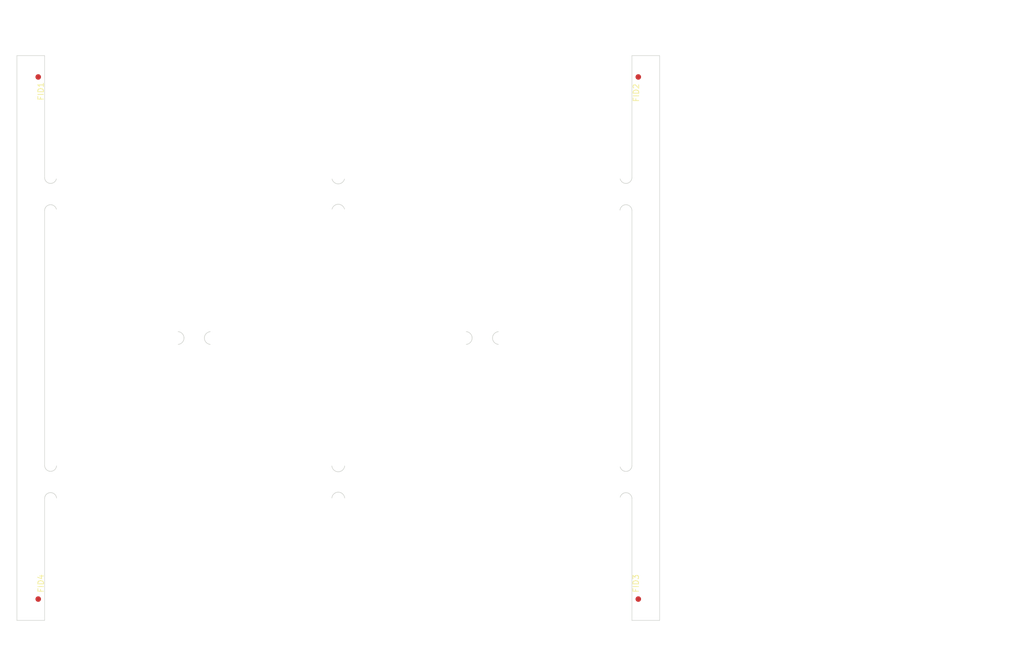
<source format=kicad_pcb>
(kicad_pcb (version 20241229) (generator "pcbnew") (generator_version "9.0")
  (layers (0 "F.Cu" signal) (2 "B.Cu" signal) (13 "F.Paste" user) (15 "B.Paste" user) (5 "F.SilkS" user "F.Silkscreen") (7 "B.SilkS" user "B.Silkscreen") (1 "F.Mask" user) (3 "B.Mask" user) (25 "Edge.Cuts" user))
  (net 0 "")
  (net 1 "GND")
  (footprint "" (layer "F.Cu") (at 77.04336 51.47177)
    (property "Reference" "")
    (property "Value" "")
  )
  (footprint "" (layer "F.Cu") (at 131.5 31)
    (property "Reference" "")
    (property "Value" "")
  )
  (footprint "" (layer "F.Cu") (at 126.918129 103.9611)
    (property "Reference" "")
    (property "Value" "")
  )
  (footprint "" (layer "F.Cu") (at 74.918129 51.9611)
    (property "Reference" "")
    (property "Value" "")
  )
  (footprint "" (layer "F.Cu") (at 74.995181 50.490842)
    (property "Reference" "")
    (property "Value" "")
  )
  (footprint "" (layer "F.Cu") (at 49.509158 74.995181)
    (property "Reference" "")
    (property "Value" "")
  )
  (footprint "" (layer "F.Cu") (at 25.04336 51.47177)
    (property "Reference" "")
    (property "Value" "")
  )
  (footprint "" (layer "F.Cu") (at 20 27)
    (property "Reference" "")
    (property "Value" "")
  )
  (footprint "" (layer "F.Cu") (at 126.995181 102.490842)
    (property "Reference" "")
    (property "Value" "")
  )
  (footprint "" (layer "F.Cu") (at 100.52823 77.04336)
    (property "Reference" "")
    (property "Value" "")
  )
  (footprint "" (layer "F.Cu") (at 77.04336 103.47177)
    (property "Reference" "")
    (property "Value" "")
  )
  (footprint "" (layer "F.Cu") (at 74.918129 48.038901)
    (property "Reference" "")
    (property "Value" "")
  )
  (footprint "" (layer "F.Cu") (at 77.02409 102.981319)
    (property "Reference" "")
    (property "Value" "")
  )
  (footprint "" (layer "F.Cu") (at 102.490842 77.004819)
    (property "Reference" "")
    (property "Value" "")
  )
  (footprint "" (layer "F.Cu") (at 74.995181 49.509158)
    (property "Reference" "")
    (property "Value" "")
  )
  (footprint "" (layer "F.Cu") (at 77.004819 101.509158)
    (property "Reference" "")
    (property "Value" "")
  )
  (footprint "" (layer "F.Cu") (at 126.975911 102.981293)
    (property "Reference" "")
    (property "Value" "")
  )
  (footprint "" (layer "F.Cu") (at 103.47177 77.04336)
    (property "Reference" "")
    (property "Value" "")
  )
  (footprint "" (layer "F.Cu") (at 25.004819 50)
    (property "Reference" "")
    (property "Value" "")
  )
  (footprint "" (layer "F.Cu") (at 77.004819 50)
    (property "Reference" "")
    (property "Value" "")
  )
  (footprint "Fiducial:Fiducial_1mm_Mask2mm" (layer "F.Cu") (at 130.15 123.15)
    (property "Reference" "FID3")
    (property "Value" "Fiducial_1mm_Mask2mm" (hide yes))
  )
  (footprint "" (layer "F.Cu") (at 50.490842 77.004819)
    (property "Reference" "")
    (property "Value" "")
  )
  (footprint "" (layer "F.Cu") (at 51.47177 77.04336)
    (property "Reference" "")
    (property "Value" "")
  )
  (footprint "" (layer "F.Cu") (at 74.95664 100.52823)
    (property "Reference" "")
    (property "Value" "")
  )
  (footprint "" (layer "F.Cu") (at 74.918129 103.9611)
    (property "Reference" "")
    (property "Value" "")
  )
  (footprint "" (layer "F.Cu") (at 51.47177 74.95664)
    (property "Reference" "")
    (property "Value" "")
  )
  (footprint "" (layer "F.Cu") (at 25.004819 101.509158)
    (property "Reference" "")
    (property "Value" "")
  )
  (footprint "" (layer "F.Cu") (at 49.509158 77.004819)
    (property "Reference" "")
    (property "Value" "")
  )
  (footprint "" (layer "F.Cu") (at 74.975911 50.981293)
    (property "Reference" "")
    (property "Value" "")
  )
  (footprint "" (layer "F.Cu") (at 126.995181 101.509158)
    (property "Reference" "")
    (property "Value" "")
  )
  (footprint "" (layer "F.Cu") (at 74.97591 101.018694)
    (property "Reference" "")
    (property "Value" "")
  )
  (footprint "" (layer "F.Cu") (at 126.995181 49.509158)
    (property "Reference" "")
    (property "Value" "")
  )
  (footprint "" (layer "F.Cu") (at 77.04336 48.52823)
    (property "Reference" "")
    (property "Value" "")
  )
  (footprint "" (layer "F.Cu") (at 74.97591 49.018694)
    (property "Reference" "")
    (property "Value" "")
  )
  (footprint "" (layer "F.Cu") (at 132 76)
    (property "Reference" "")
    (property "Value" "")
  )
  (footprint "" (layer "F.Cu") (at 50 74.995181)
    (property "Reference" "")
    (property "Value" "")
  )
  (footprint "" (layer "F.Cu") (at 77.02409 50.981319)
    (property "Reference" "")
    (property "Value" "")
  )
  (footprint "" (layer "F.Cu") (at 51.961099 77.081871)
    (property "Reference" "")
    (property "Value" "")
  )
  (footprint "" (layer "F.Cu") (at 74.95664 103.47177)
    (property "Reference" "")
    (property "Value" "")
  )
  (footprint "" (layer "F.Cu") (at 126.97591 101.018694)
    (property "Reference" "")
    (property "Value" "")
  )
  (footprint "" (layer "F.Cu") (at 77.081871 103.9611)
    (property "Reference" "")
    (property "Value" "")
  )
  (footprint "" (layer "F.Cu") (at 25.004819 102.490842)
    (property "Reference" "")
    (property "Value" "")
  )
  (footprint "" (layer "F.Cu") (at 25.081871 51.9611)
    (property "Reference" "")
    (property "Value" "")
  )
  (footprint "" (layer "F.Cu") (at 25.004819 50.490842)
    (property "Reference" "")
    (property "Value" "")
  )
  (footprint "" (layer "F.Cu") (at 48.52823 77.04336)
    (property "Reference" "")
    (property "Value" "")
  )
  (footprint "" (layer "F.Cu") (at 126.918129 51.9611)
    (property "Reference" "")
    (property "Value" "")
  )
  (footprint "" (layer "F.Cu") (at 74.995181 50)
    (property "Reference" "")
    (property "Value" "")
  )
  (footprint "" (layer "F.Cu") (at 48.038901 74.918129)
    (property "Reference" "")
    (property "Value" "")
  )
  (footprint "" (layer "F.Cu") (at 50 77.004819)
    (property "Reference" "")
    (property "Value" "")
  )
  (footprint "" (layer "F.Cu") (at 126.975911 50.981293)
    (property "Reference" "")
    (property "Value" "")
  )
  (footprint "" (layer "F.Cu") (at 77.081871 48.0389)
    (property "Reference" "")
    (property "Value" "")
  )
  (footprint "" (layer "F.Cu") (at 77.02409 49.018681)
    (property "Reference" "")
    (property "Value" "")
  )
  (footprint "" (layer "F.Cu") (at 101.018681 77.02409)
    (property "Reference" "")
    (property "Value" "")
  )
  (footprint "" (layer "F.Cu") (at 77.004819 102)
    (property "Reference" "")
    (property "Value" "")
  )
  (footprint "" (layer "F.Cu") (at 51.9611 74.918129)
    (property "Reference" "")
    (property "Value" "")
  )
  (footprint "" (layer "F.Cu") (at 74.975911 102.981293)
    (property "Reference" "")
    (property "Value" "")
  )
  (footprint "" (layer "F.Cu") (at 25.081871 103.9611)
    (property "Reference" "")
    (property "Value" "")
  )
  (footprint "" (layer "F.Cu") (at 132 125)
    (property "Reference" "")
    (property "Value" "")
  )
  (footprint "" (layer "F.Cu") (at 77.02409 101.018681)
    (property "Reference" "")
    (property "Value" "")
  )
  (footprint "" (layer "F.Cu") (at 25.04336 48.52823)
    (property "Reference" "")
    (property "Value" "")
  )
  (footprint "" (layer "F.Cu") (at 25.04336 103.47177)
    (property "Reference" "")
    (property "Value" "")
  )
  (footprint "" (layer "F.Cu") (at 25.02409 102.981319)
    (property "Reference" "")
    (property "Value" "")
  )
  (footprint "" (layer "F.Cu") (at 77.081871 100.0389)
    (property "Reference" "")
    (property "Value" "")
  )
  (footprint "" (layer "F.Cu") (at 25.004819 102)
    (property "Reference" "")
    (property "Value" "")
  )
  (footprint "" (layer "F.Cu") (at 50.981319 77.02409)
    (property "Reference" "")
    (property "Value" "")
  )
  (footprint "" (layer "F.Cu") (at 50.981293 74.975911)
    (property "Reference" "")
    (property "Value" "")
  )
  (footprint "" (layer "F.Cu") (at 25.04336 100.52823)
    (property "Reference" "")
    (property "Value" "")
  )
  (footprint "" (layer "F.Cu") (at 74.995181 102.490842)
    (property "Reference" "")
    (property "Value" "")
  )
  (footprint "" (layer "F.Cu") (at 25.02409 101.018681)
    (property "Reference" "")
    (property "Value" "")
  )
  (footprint "" (layer "F.Cu") (at 100.038901 77.081871)
    (property "Reference" "")
    (property "Value" "")
  )
  (footprint "" (layer "F.Cu") (at 126.918129 48.038901)
    (property "Reference" "")
    (property "Value" "")
  )
  (footprint "" (layer "F.Cu") (at 50.490842 74.995181)
    (property "Reference" "")
    (property "Value" "")
  )
  (footprint "" (layer "F.Cu") (at 102.981319 77.02409)
    (property "Reference" "")
    (property "Value" "")
  )
  (footprint "" (layer "F.Cu") (at 102.981293 74.975911)
    (property "Reference" "")
    (property "Value" "")
  )
  (footprint "" (layer "F.Cu") (at 77.004819 102.490842)
    (property "Reference" "")
    (property "Value" "")
  )
  (footprint "" (layer "F.Cu") (at 126.995181 50)
    (property "Reference" "")
    (property "Value" "")
  )
  (footprint "" (layer "F.Cu") (at 77.004819 49.509158)
    (property "Reference" "")
    (property "Value" "")
  )
  (footprint "" (layer "F.Cu") (at 100.52823 74.95664)
    (property "Reference" "")
    (property "Value" "")
  )
  (footprint "" (layer "F.Cu") (at 126.95664 51.47177)
    (property "Reference" "")
    (property "Value" "")
  )
  (footprint "Fiducial:Fiducial_1mm_Mask2mm" (layer "F.Cu") (at 21.85 28.85)
    (property "Reference" "FID1")
    (property "Value" "Fiducial_1mm_Mask2mm" (hide yes))
  )
  (footprint "" (layer "F.Cu") (at 25.081871 48.0389)
    (property "Reference" "")
    (property "Value" "")
  )
  (footprint "" (layer "F.Cu") (at 132 27)
    (property "Reference" "")
    (property "Value" "")
  )
  (footprint "" (layer "F.Cu") (at 20 76)
    (property "Reference" "")
    (property "Value" "")
  )
  (footprint "" (layer "F.Cu") (at 48.038901 77.081871)
    (property "Reference" "")
    (property "Value" "")
  )
  (footprint "" (layer "F.Cu") (at 131.5 121)
    (property "Reference" "")
    (property "Value" "")
  )
  (footprint "" (layer "F.Cu") (at 126.95664 48.52823)
    (property "Reference" "")
    (property "Value" "")
  )
  (footprint "" (layer "F.Cu") (at 74.95664 51.47177)
    (property "Reference" "")
    (property "Value" "")
  )
  (footprint "" (layer "F.Cu") (at 20 125)
    (property "Reference" "")
    (property "Value" "")
  )
  (footprint "Fiducial:Fiducial_1mm_Mask2mm" (layer "F.Cu") (at 130.15 28.85)
    (property "Reference" "FID2")
    (property "Value" "Fiducial_1mm_Mask2mm" (hide yes))
  )
  (footprint "" (layer "F.Cu") (at 103.961099 77.081871)
    (property "Reference" "")
    (property "Value" "")
  )
  (footprint "" (layer "F.Cu") (at 126.95664 103.47177)
    (property "Reference" "")
    (property "Value" "")
  )
  (footprint "" (layer "F.Cu") (at 74.995181 102)
    (property "Reference" "")
    (property "Value" "")
  )
  (footprint "" (layer "F.Cu") (at 102.490842 74.995181)
    (property "Reference" "")
    (property "Value" "")
  )
  (footprint "" (layer "F.Cu") (at 74.918129 100.038901)
    (property "Reference" "")
    (property "Value" "")
  )
  (footprint "" (layer "F.Cu") (at 25.004819 49.509158)
    (property "Reference" "")
    (property "Value" "")
  )
  (footprint "" (layer "F.Cu") (at 101.018694 74.975911)
    (property "Reference" "")
    (property "Value" "")
  )
  (footprint "" (layer "F.Cu") (at 100.038901 74.918129)
    (property "Reference" "")
    (property "Value" "")
  )
  (footprint "" (layer "F.Cu") (at 102 77.004819)
    (property "Reference" "")
    (property "Value" "")
  )
  (footprint "" (layer "F.Cu") (at 48.52823 74.95664)
    (property "Reference" "")
    (property "Value" "")
  )
  (footprint "" (layer "F.Cu") (at 103.47177 74.95664)
    (property "Reference" "")
    (property "Value" "")
  )
  (footprint "" (layer "F.Cu") (at 101.509158 74.995181)
    (property "Reference" "")
    (property "Value" "")
  )
  (footprint "" (layer "F.Cu") (at 102 74.995181)
    (property "Reference" "")
    (property "Value" "")
  )
  (footprint "" (layer "F.Cu") (at 77.04336 100.52823)
    (property "Reference" "")
    (property "Value" "")
  )
  (footprint "" (layer "F.Cu") (at 101.509158 77.004819)
    (property "Reference" "")
    (property "Value" "")
  )
  (footprint "" (layer "F.Cu") (at 126.995181 102)
    (property "Reference" "")
    (property "Value" "")
  )
  (footprint "" (layer "F.Cu") (at 20.5 31)
    (property "Reference" "")
    (property "Value" "")
  )
  (footprint "" (layer "F.Cu") (at 49.018694 74.975911)
    (property "Reference" "")
    (property "Value" "")
  )
  (footprint "" (layer "F.Cu") (at 74.995181 101.509158)
    (property "Reference" "")
    (property "Value" "")
  )
  (footprint "" (layer "F.Cu") (at 103.9611 74.918129)
    (property "Reference" "")
    (property "Value" "")
  )
  (footprint "" (layer "F.Cu") (at 74.95664 48.52823)
    (property "Reference" "")
    (property "Value" "")
  )
  (footprint "" (layer "F.Cu") (at 126.995181 50.490842)
    (property "Reference" "")
    (property "Value" "")
  )
  (footprint "" (layer "F.Cu") (at 126.918129 100.038901)
    (property "Reference" "")
    (property "Value" "")
  )
  (footprint "" (layer "F.Cu") (at 25.02409 49.018681)
    (property "Reference" "")
    (property "Value" "")
  )
  (footprint "" (layer "F.Cu") (at 77.004819 50.490842)
    (property "Reference" "")
    (property "Value" "")
  )
  (footprint "" (layer "F.Cu") (at 20.5 121)
    (property "Reference" "")
    (property "Value" "")
  )
  (footprint "" (layer "F.Cu") (at 25.081871 100.0389)
    (property "Reference" "")
    (property "Value" "")
  )
  (footprint "Fiducial:Fiducial_1mm_Mask2mm" (layer "F.Cu") (at 21.85 123.15)
    (property "Reference" "FID4")
    (property "Value" "Fiducial_1mm_Mask2mm" (hide yes))
  )
  (footprint "" (layer "F.Cu") (at 126.95664 100.52823)
    (property "Reference" "")
    (property "Value" "")
  )
  (footprint "" (layer "F.Cu") (at 25.02409 50.981319)
    (property "Reference" "")
    (property "Value" "")
  )
  (footprint "" (layer "F.Cu") (at 49.018681 77.02409)
    (property "Reference" "")
    (property "Value" "")
  )
  (footprint "" (layer "F.Cu") (at 126.97591 49.018694)
    (property "Reference" "")
    (property "Value" "")
  )
  (footprint "" (layer "F.Cu") (at 77.081871 51.9611)
    (property "Reference" "")
    (property "Value" "")
  )
  (gr_line (start 23.666702 99.99779) (end 23.827879 100.05016) (stroke (width 0.1)) (layer "Edge.Cuts"))
  (gr_line (start 99.75336 76.882071) (end 99.882071 76.75336) (stroke (width 0.1)) (layer "Edge.Cuts"))
  (gr_line (start 25.13016 52.747879) (end 25.07779 52.586702) (stroke (width 0.1)) (layer "Edge.Cuts"))
  (gr_line (start 18 25) (end 23 25) (stroke (width 0.1)) (layer "Edge.Cuts"))
  (gr_line (start 23.02984 99.252121) (end 23.08221 99.413298) (stroke (width 0.1)) (layer "Edge.Cuts"))
  (gr_line (start 99.882071 75.24664) (end 99.75336 75.117929) (stroke (width 0.1)) (layer "Edge.Cuts"))
  (gr_line (start 128.921119 99.428562) (end 128.973489 99.267385) (stroke (width 0.1)) (layer "Edge.Cuts"))
  (gr_line (start 51.843576 75.908987) (end 51.843576 76.091013) (stroke (width 0.1)) (layer "Edge.Cuts"))
  (gr_line (start 25.156671 104.915264) (end 25.13016 104.747879) (stroke (width 0.1)) (layer "Edge.Cuts"))
  (gr_line (start 127.218596 52.178762) (end 127.098762 52.298596) (stroke (width 0.1)) (layer "Edge.Cuts"))
  (gr_line (start 99.989063 76.606098) (end 100.0717 76.443913) (stroke (width 0.1)) (layer "Edge.Cuts"))
  (gr_line (start 99.443913 77.0717) (end 99.606098 76.989063) (stroke (width 0.1)) (layer "Edge.Cuts"))
  (gr_line (start 128.840851 52.435702) (end 128.741238 52.298596) (stroke (width 0.1)) (layer "Edge.Cuts"))
  (gr_line (start 24.332121 103.94984) (end 24.164736 103.923329) (stroke (width 0.1)) (layer "Edge.Cuts"))
  (gr_line (start 77.0717 52.556087) (end 76.989063 52.393902) (stroke (width 0.1)) (layer "Edge.Cuts"))
  (gr_line (start 47.443913 74.9283) (end 47.270797 74.872051) (stroke (width 0.1)) (layer "Edge.Cuts"))
  (gr_line (start 24.164736 51.923329) (end 23.995264 51.923329) (stroke (width 0.1)) (layer "Edge.Cuts"))
  (gr_line (start 75.908987 103.843576) (end 75.729203 103.872051) (stroke (width 0.1)) (layer "Edge.Cuts"))
  (gr_line (start 99.270797 77.127949) (end 99.443913 77.0717) (stroke (width 0.1)) (layer "Edge.Cuts"))
  (gr_line (start 23.827879 48.05016) (end 23.995264 48.076671) (stroke (width 0.1)) (layer "Edge.Cuts"))
  (gr_line (start 128.744567 104.31386) (end 128.624733 104.194026) (stroke (width 0.1)) (layer "Edge.Cuts"))
  (gr_line (start 47.75336 76.882071) (end 47.882071 76.75336) (stroke (width 0.1)) (layer "Edge.Cuts"))
  (gr_line (start 127.098762 52.298596) (end 126.999149 52.435702) (stroke (width 0.1)) (layer "Edge.Cuts"))
  (gr_line (start 76.606098 104.010937) (end 76.443913 103.9283) (stroke (width 0.1)) (layer "Edge.Cuts"))
  (gr_line (start 128.84418 99.579562) (end 128.921119 99.428562) (stroke (width 0.1)) (layer "Edge.Cuts"))
  (gr_line (start 76.882071 104.24664) (end 76.75336 104.117929) (stroke (width 0.1)) (layer "Edge.Cuts"))
  (gr_line (start 47.606098 75.010937) (end 47.443913 74.9283) (stroke (width 0.1)) (layer "Edge.Cuts"))
  (gr_line (start 23.02984 52.747879) (end 23.003329 52.915264) (stroke (width 0.1)) (layer "Edge.Cuts"))
  (gr_line (start 23.159149 52.435702) (end 23.08221 52.586702) (stroke (width 0.1)) (layer "Edge.Cuts"))
  (gr_line (start 23.515702 52.079149) (end 23.378596 52.178762) (stroke (width 0.1)) (layer "Edge.Cuts"))
  (gr_line (start 127.671208 100.065424) (end 127.838593 100.091935) (stroke (width 0.1)) (layer "Edge.Cuts"))
  (gr_line (start 24.332121 48.05016) (end 24.493298 47.99779) (stroke (width 0.1)) (layer "Edge.Cuts"))
  (gr_line (start 75.908987 48.156424) (end 76.091013 48.156424) (stroke (width 0.1)) (layer "Edge.Cuts"))
  (gr_line (start 23.378596 99.821238) (end 23.515702 99.920851) (stroke (width 0.1)) (layer "Edge.Cuts"))
  (gr_line (start 100.156424 76.091013) (end 100.156424 75.908987) (stroke (width 0.1)) (layer "Edge.Cuts"))
  (gr_line (start 51.9283 76.443913) (end 52.010937 76.606098) (stroke (width 0.1)) (layer "Edge.Cuts"))
  (gr_line (start 23.08221 52.586702) (end 23.02984 52.747879) (stroke (width 0.1)) (layer "Edge.Cuts"))
  (gr_line (start 23.02984 104.747879) (end 23.003329 104.915264) (stroke (width 0.1)) (layer "Edge.Cuts"))
  (gr_line (start 77.0717 99.443913) (end 77.127949 99.270797) (stroke (width 0.1)) (layer "Edge.Cuts"))
  (gr_line (start 76.443913 48.0717) (end 76.606098 47.989063) (stroke (width 0.1)) (layer "Edge.Cuts"))
  (gr_line (start 24.493298 52.00221) (end 24.332121 51.94984) (stroke (width 0.1)) (layer "Edge.Cuts"))
  (gr_line (start 23.258762 104.298596) (end 23.159149 104.435702) (stroke (width 0.1)) (layer "Edge.Cuts"))
  (gr_line (start 52.24664 75.117929) (end 52.117929 75.24664) (stroke (width 0.1)) (layer "Edge.Cuts"))
  (gr_line (start 127.510031 100.013054) (end 127.671208 100.065424) (stroke (width 0.1)) (layer "Edge.Cuts"))
  (gr_line (start 24.493298 47.99779) (end 24.644298 47.920851) (stroke (width 0.1)) (layer "Edge.Cuts"))
  (gr_line (start 76.882071 47.75336) (end 76.989063 47.606098) (stroke (width 0.1)) (layer "Edge.Cuts"))
  (gr_line (start 99.989063 75.393902) (end 99.882071 75.24664) (stroke (width 0.1)) (layer "Edge.Cuts"))
  (gr_line (start 75.010937 52.393902) (end 74.9283 52.556087) (stroke (width 0.1)) (layer "Edge.Cuts"))
  (gr_line (start 47.270797 74.872051) (end 47.091013 74.843576) (stroke (width 0.1)) (layer "Edge.Cuts"))
  (gr_line (start 23.378596 52.178762) (end 23.258762 52.298596) (stroke (width 0.1)) (layer "Edge.Cuts"))
  (gr_line (start 127.838593 100.091935) (end 128.008065 100.091935) (stroke (width 0.1)) (layer "Edge.Cuts"))
  (gr_line (start 75.24664 47.882071) (end 75.393902 47.989063) (stroke (width 0.1)) (layer "Edge.Cuts"))
  (gr_line (start 74.9283 104.556087) (end 74.872051 104.729203) (stroke (width 0.1)) (layer "Edge.Cuts"))
  (gr_line (start 24.493298 104.00221) (end 24.332121 103.94984) (stroke (width 0.1)) (layer "Edge.Cuts"))
  (gr_line (start 75.117929 99.75336) (end 75.24664 99.882071) (stroke (width 0.1)) (layer "Edge.Cuts"))
  (gr_line (start 75.010937 47.606098) (end 75.117929 47.75336) (stroke (width 0.1)) (layer "Edge.Cuts"))
  (gr_line (start 23.258762 52.298596) (end 23.159149 52.435702) (stroke (width 0.1)) (layer "Edge.Cuts"))
  (gr_line (start 128.621404 47.821238) (end 128.741238 47.701404) (stroke (width 0.1)) (layer "Edge.Cuts"))
  (gr_line (start 75.010937 104.393902) (end 74.9283 104.556087) (stroke (width 0.1)) (layer "Edge.Cuts"))
  (gr_line (start 126.999149 47.564298) (end 127.098762 47.701404) (stroke (width 0.1)) (layer "Edge.Cuts"))
  (gr_line (start 128.91779 47.413298) (end 128.97016 47.252121) (stroke (width 0.1)) (layer "Edge.Cuts"))
  (gr_line (start 75.117929 52.24664) (end 75.010937 52.393902) (stroke (width 0.1)) (layer "Edge.Cuts"))
  (gr_line (start 99.091013 77.156424) (end 99.270797 77.127949) (stroke (width 0.1)) (layer "Edge.Cuts"))
  (gr_line (start 76.75336 47.882071) (end 76.882071 47.75336) (stroke (width 0.1)) (layer "Edge.Cuts"))
  (gr_line (start 128.008065 103.938593) (end 127.838593 103.938593) (stroke (width 0.1)) (layer "Edge.Cuts"))
  (gr_line (start 128.996671 52.915264) (end 128.97016 52.747879) (stroke (width 0.1)) (layer "Edge.Cuts"))
  (gr_line (start 77.156424 104.908987) (end 77.127949 104.729203) (stroke (width 0.1)) (layer "Edge.Cuts"))
  (gr_line (start 103.843576 75.908987) (end 103.843576 76.091013) (stroke (width 0.1)) (layer "Edge.Cuts"))
  (gr_line (start 75.393902 104.010937) (end 75.24664 104.117929) (stroke (width 0.1)) (layer "Edge.Cuts"))
  (gr_line (start 104.010937 75.393902) (end 103.9283 75.556087) (stroke (width 0.1)) (layer "Edge.Cuts"))
  (gr_line (start 127.667879 48.05016) (end 127.835264 48.076671) (stroke (width 0.1)) (layer "Edge.Cuts"))
  (gr_line (start 76.989063 104.393902) (end 76.882071 104.24664) (stroke (width 0.1)) (layer "Edge.Cuts"))
  (gr_line (start 51.843576 76.091013) (end 51.872051 76.270797) (stroke (width 0.1)) (layer "Edge.Cuts"))
  (gr_line (start 127.667879 51.94984) (end 127.506702 52.00221) (stroke (width 0.1)) (layer "Edge.Cuts"))
  (gr_line (start 76.270797 103.872051) (end 76.091013 103.843576) (stroke (width 0.1)) (layer "Edge.Cuts"))
  (gr_line (start 48.127949 75.729203) (end 48.0717 75.556087) (stroke (width 0.1)) (layer "Edge.Cuts"))
  (gr_line (start 76.882071 52.24664) (end 76.75336 52.117929) (stroke (width 0.1)) (layer "Edge.Cuts"))
  (gr_line (start 129 25) (end 129 47.084736) (stroke (width 0.1)) (layer "Edge.Cuts"))
  (gr_line (start 77.127949 99.270797) (end 77.156424 99.091013) (stroke (width 0.1)) (layer "Edge.Cuts"))
  (gr_line (start 103.9283 76.443913) (end 104.010937 76.606098) (stroke (width 0.1)) (layer "Edge.Cuts"))
  (gr_line (start 76.606098 52.010937) (end 76.443913 51.9283) (stroke (width 0.1)) (layer "Edge.Cuts"))
  (gr_line (start 24.332121 100.05016) (end 24.493298 99.99779) (stroke (width 0.1)) (layer "Edge.Cuts"))
  (gr_line (start 126.999149 52.435702) (end 126.92221 52.586702) (stroke (width 0.1)) (layer "Edge.Cuts"))
  (gr_line (start 100.127949 76.270797) (end 100.156424 76.091013) (stroke (width 0.1)) (layer "Edge.Cuts"))
  (gr_line (start 23.995264 51.923329) (end 23.827879 51.94984) (stroke (width 0.1)) (layer "Edge.Cuts"))
  (gr_line (start 128.84418 104.450966) (end 128.744567 104.31386) (stroke (width 0.1)) (layer "Edge.Cuts"))
  (gr_line (start 127.102091 99.716668) (end 127.221925 99.836502) (stroke (width 0.1)) (layer "Edge.Cuts"))
  (gr_line (start 75.556087 48.0717) (end 75.729203 48.127949) (stroke (width 0.1)) (layer "Edge.Cuts"))
  (gr_line (start 104.24664 75.117929) (end 104.117929 75.24664) (stroke (width 0.1)) (layer "Edge.Cuts"))
  (gr_line (start 127.506702 47.99779) (end 127.667879 48.05016) (stroke (width 0.1)) (layer "Edge.Cuts"))
  (gr_line (start 25.000851 104.435702) (end 24.901238 104.298596) (stroke (width 0.1)) (layer "Edge.Cuts"))
  (gr_line (start 23.666702 52.00221) (end 23.515702 52.079149) (stroke (width 0.1)) (layer "Edge.Cuts"))
  (gr_line (start 128.973489 104.763143) (end 128.921119 104.601966) (stroke (width 0.1)) (layer "Edge.Cuts"))
  (gr_line (start 104.908987 74.843576) (end 104.729203 74.872051) (stroke (width 0.1)) (layer "Edge.Cuts"))
  (gr_line (start 104.729203 77.127949) (end 104.908987 77.156424) (stroke (width 0.1)) (layer "Edge.Cuts"))
  (gr_line (start 47.443913 77.0717) (end 47.606098 76.989063) (stroke (width 0.1)) (layer "Edge.Cuts"))
  (gr_line (start 128.97016 52.747879) (end 128.91779 52.586702) (stroke (width 0.1)) (layer "Edge.Cuts"))
  (gr_line (start 75.729203 48.127949) (end 75.908987 48.156424) (stroke (width 0.1)) (layer "Edge.Cuts"))
  (gr_line (start 128.004736 48.076671) (end 128.172121 48.05016) (stroke (width 0.1)) (layer "Edge.Cuts"))
  (gr_line (start 75.24664 99.882071) (end 75.393902 99.989063) (stroke (width 0.1)) (layer "Edge.Cuts"))
  (gr_line (start 24.164736 48.076671) (end 24.332121 48.05016) (stroke (width 0.1)) (layer "Edge.Cuts"))
  (gr_line (start 126.925539 99.428562) (end 127.002478 99.579562) (stroke (width 0.1)) (layer "Edge.Cuts"))
  (gr_line (start 23.666702 104.00221) (end 23.515702 104.079149) (stroke (width 0.1)) (layer "Edge.Cuts"))
  (gr_line (start 126.92221 47.413298) (end 126.999149 47.564298) (stroke (width 0.1)) (layer "Edge.Cuts"))
  (gr_line (start 51.9283 75.556087) (end 51.872051 75.729203) (stroke (width 0.1)) (layer "Edge.Cuts"))
  (gr_line (start 52.729203 77.127949) (end 52.908987 77.156424) (stroke (width 0.1)) (layer "Edge.Cuts"))
  (gr_line (start 76.270797 51.872051) (end 76.091013 51.843576) (stroke (width 0.1)) (layer "Edge.Cuts"))
  (gr_line (start 76.443913 103.9283) (end 76.270797 103.872051) (stroke (width 0.1)) (layer "Edge.Cuts"))
  (gr_line (start 75.556087 103.9283) (end 75.393902 104.010937) (stroke (width 0.1)) (layer "Edge.Cuts"))
  (gr_line (start 127.002478 104.450966) (end 126.925539 104.601966) (stroke (width 0.1)) (layer "Edge.Cuts"))
  (gr_line (start 99.443913 74.9283) (end 99.270797 74.872051) (stroke (width 0.1)) (layer "Edge.Cuts"))
  (gr_line (start 52.393902 75.010937) (end 52.24664 75.117929) (stroke (width 0.1)) (layer "Edge.Cuts"))
  (gr_line (start 24.781404 52.178762) (end 24.644298 52.079149) (stroke (width 0.1)) (layer "Edge.Cuts"))
  (gr_line (start 104.117929 76.75336) (end 104.24664 76.882071) (stroke (width 0.1)) (layer "Edge.Cuts"))
  (gr_line (start 104.556087 74.9283) (end 104.393902 75.010937) (stroke (width 0.1)) (layer "Edge.Cuts"))
  (gr_line (start 24.493298 99.99779) (end 24.644298 99.920851) (stroke (width 0.1)) (layer "Edge.Cuts"))
  (gr_line (start 76.091013 48.156424) (end 76.270797 48.127949) (stroke (width 0.1)) (layer "Edge.Cuts"))
  (gr_line (start 129 104.930528) (end 128.973489 104.763143) (stroke (width 0.1)) (layer "Edge.Cuts"))
  (gr_line (start 128.333298 52.00221) (end 128.172121 51.94984) (stroke (width 0.1)) (layer "Edge.Cuts"))
  (gr_line (start 75.729203 100.127949) (end 75.908987 100.156424) (stroke (width 0.1)) (layer "Edge.Cuts"))
  (gr_line (start 75.393902 47.989063) (end 75.556087 48.0717) (stroke (width 0.1)) (layer "Edge.Cuts"))
  (gr_line (start 77.127949 52.729203) (end 77.0717 52.556087) (stroke (width 0.1)) (layer "Edge.Cuts"))
  (gr_line (start 127.355702 52.079149) (end 127.218596 52.178762) (stroke (width 0.1)) (layer "Edge.Cuts"))
  (gr_line (start 52.117929 76.75336) (end 52.24664 76.882071) (stroke (width 0.1)) (layer "Edge.Cuts"))
  (gr_line (start 23.258762 47.701404) (end 23.378596 47.821238) (stroke (width 0.1)) (layer "Edge.Cuts"))
  (gr_line (start 23.515702 104.079149) (end 23.378596 104.178762) (stroke (width 0.1)) (layer "Edge.Cuts"))
  (gr_line (start 23.159149 99.564298) (end 23.258762 99.701404) (stroke (width 0.1)) (layer "Edge.Cuts"))
  (gr_line (start 104.393902 76.989063) (end 104.556087 77.0717) (stroke (width 0.1)) (layer "Edge.Cuts"))
  (gr_line (start 76.989063 47.606098) (end 77.0717 47.443913) (stroke (width 0.1)) (layer "Edge.Cuts"))
  (gr_line (start 24.164736 100.076671) (end 24.332121 100.05016) (stroke (width 0.1)) (layer "Edge.Cuts"))
  (gr_line (start 48.127949 76.270797) (end 48.156424 76.091013) (stroke (width 0.1)) (layer "Edge.Cuts"))
  (gr_line (start 76.989063 99.606098) (end 77.0717 99.443913) (stroke (width 0.1)) (layer "Edge.Cuts"))
  (gr_line (start 126.86984 47.252121) (end 126.92221 47.413298) (stroke (width 0.1)) (layer "Edge.Cuts"))
  (gr_line (start 24.901238 52.298596) (end 24.781404 52.178762) (stroke (width 0.1)) (layer "Edge.Cuts"))
  (gr_line (start 24.901238 47.701404) (end 25.000851 47.564298) (stroke (width 0.1)) (layer "Edge.Cuts"))
  (gr_line (start 104.556087 77.0717) (end 104.729203 77.127949) (stroke (width 0.1)) (layer "Edge.Cuts"))
  (gr_line (start 128.333298 47.99779) (end 128.484298 47.920851) (stroke (width 0.1)) (layer "Edge.Cuts"))
  (gr_line (start 128.172121 48.05016) (end 128.333298 47.99779) (stroke (width 0.1)) (layer "Edge.Cuts"))
  (gr_line (start 128.921119 104.601966) (end 128.84418 104.450966) (stroke (width 0.1)) (layer "Edge.Cuts"))
  (gr_line (start 100.127949 75.729203) (end 100.0717 75.556087) (stroke (width 0.1)) (layer "Edge.Cuts"))
  (gr_line (start 23 52.915264) (end 23 99.084736) (stroke (width 0.1)) (layer "Edge.Cuts"))
  (gr_line (start 127.835264 48.076671) (end 128.004736 48.076671) (stroke (width 0.1)) (layer "Edge.Cuts"))
  (gr_line (start 25.07779 47.413298) (end 25.13016 47.252121) (stroke (width 0.1)) (layer "Edge.Cuts"))
  (gr_line (start 47.270797 77.127949) (end 47.443913 77.0717) (stroke (width 0.1)) (layer "Edge.Cuts"))
  (gr_line (start 127.221925 104.194026) (end 127.102091 104.31386) (stroke (width 0.1)) (layer "Edge.Cuts"))
  (gr_line (start 23.378596 47.821238) (end 23.515702 47.920851) (stroke (width 0.1)) (layer "Edge.Cuts"))
  (gr_line (start 104.010937 76.606098) (end 104.117929 76.75336) (stroke (width 0.1)) (layer "Edge.Cuts"))
  (gr_line (start 75.729203 103.872051) (end 75.556087 103.9283) (stroke (width 0.1)) (layer "Edge.Cuts"))
  (gr_line (start 23 25) (end 23 47.084736) (stroke (width 0.1)) (layer "Edge.Cuts"))
  (gr_line (start 23.827879 100.05016) (end 23.995264 100.076671) (stroke (width 0.1)) (layer "Edge.Cuts"))
  (gr_line (start 48.156424 76.091013) (end 48.156424 75.908987) (stroke (width 0.1)) (layer "Edge.Cuts"))
  (gr_line (start 52.24664 76.882071) (end 52.393902 76.989063) (stroke (width 0.1)) (layer "Edge.Cuts"))
  (gr_line (start 127.221925 99.836502) (end 127.359031 99.936115) (stroke (width 0.1)) (layer "Edge.Cuts"))
  (gr_line (start 75.556087 51.9283) (end 75.393902 52.010937) (stroke (width 0.1)) (layer "Edge.Cuts"))
  (gr_line (start 127.510031 104.017474) (end 127.359031 104.094413) (stroke (width 0.1)) (layer "Edge.Cuts"))
  (gr_line (start 128.487627 99.936115) (end 128.624733 99.836502) (stroke (width 0.1)) (layer "Edge.Cuts"))
  (gr_line (start 51.872051 76.270797) (end 51.9283 76.443913) (stroke (width 0.1)) (layer "Edge.Cuts"))
  (gr_line (start 74.872051 47.270797) (end 74.9283 47.443913) (stroke (width 0.1)) (layer "Edge.Cuts"))
  (gr_line (start 127.098762 47.701404) (end 127.218596 47.821238) (stroke (width 0.1)) (layer "Edge.Cuts"))
  (gr_line (start 134 25) (end 134 127) (stroke (width 0.1)) (layer "Edge.Cuts"))
  (gr_line (start 25.07779 52.586702) (end 25.000851 52.435702) (stroke (width 0.1)) (layer "Edge.Cuts"))
  (gr_line (start 52.393902 76.989063) (end 52.556087 77.0717) (stroke (width 0.1)) (layer "Edge.Cuts"))
  (gr_line (start 128.624733 104.194026) (end 128.487627 104.094413) (stroke (width 0.1)) (layer "Edge.Cuts"))
  (gr_line (start 23.258762 99.701404) (end 23.378596 99.821238) (stroke (width 0.1)) (layer "Edge.Cuts"))
  (gr_line (start 24.781404 104.178762) (end 24.644298 104.079149) (stroke (width 0.1)) (layer "Edge.Cuts"))
  (gr_line (start 75.908987 51.843576) (end 75.729203 51.872051) (stroke (width 0.1)) (layer "Edge.Cuts"))
  (gr_line (start 47.091013 77.156424) (end 47.270797 77.127949) (stroke (width 0.1)) (layer "Edge.Cuts"))
  (gr_line (start 24.901238 99.701404) (end 25.000851 99.564298) (stroke (width 0.1)) (layer "Edge.Cuts"))
  (gr_line (start 127.359031 99.936115) (end 127.510031 100.013054) (stroke (width 0.1)) (layer "Edge.Cuts"))
  (gr_line (start 24.901238 104.298596) (end 24.781404 104.178762) (stroke (width 0.1)) (layer "Edge.Cuts"))
  (gr_line (start 76.443913 51.9283) (end 76.270797 51.872051) (stroke (width 0.1)) (layer "Edge.Cuts"))
  (gr_line (start 100.0717 75.556087) (end 99.989063 75.393902) (stroke (width 0.1)) (layer "Edge.Cuts"))
  (gr_line (start 24.332121 51.94984) (end 24.164736 51.923329) (stroke (width 0.1)) (layer "Edge.Cuts"))
  (gr_line (start 128.840851 47.564298) (end 128.91779 47.413298) (stroke (width 0.1)) (layer "Edge.Cuts"))
  (gr_line (start 25.000851 52.435702) (end 24.901238 52.298596) (stroke (width 0.1)) (layer "Edge.Cuts"))
  (gr_line (start 75.393902 99.989063) (end 75.556087 100.0717) (stroke (width 0.1)) (layer "Edge.Cuts"))
  (gr_line (start 75.24664 104.117929) (end 75.117929 104.24664) (stroke (width 0.1)) (layer "Edge.Cuts"))
  (gr_line (start 75.729203 51.872051) (end 75.556087 51.9283) (stroke (width 0.1)) (layer "Edge.Cuts"))
  (gr_line (start 25.07779 99.413298) (end 25.13016 99.252121) (stroke (width 0.1)) (layer "Edge.Cuts"))
  (gr_line (start 76.091013 103.843576) (end 75.908987 103.843576) (stroke (width 0.1)) (layer "Edge.Cuts"))
  (gr_line (start 23.995264 100.076671) (end 24.164736 100.076671) (stroke (width 0.1)) (layer "Edge.Cuts"))
  (gr_line (start 23.515702 47.920851) (end 23.666702 47.99779) (stroke (width 0.1)) (layer "Edge.Cuts"))
  (gr_line (start 74.872051 104.729203) (end 74.843576 104.908987) (stroke (width 0.1)) (layer "Edge.Cuts"))
  (gr_line (start 104.729203 74.872051) (end 104.556087 74.9283) (stroke (width 0.1)) (layer "Edge.Cuts"))
  (gr_line (start 48.0717 76.443913) (end 48.127949 76.270797) (stroke (width 0.1)) (layer "Edge.Cuts"))
  (gr_line (start 76.091013 51.843576) (end 75.908987 51.843576) (stroke (width 0.1)) (layer "Edge.Cuts"))
  (gr_line (start 74.9283 52.556087) (end 74.872051 52.729203) (stroke (width 0.1)) (layer "Edge.Cuts"))
  (gr_line (start 103.9283 75.556087) (end 103.872051 75.729203) (stroke (width 0.1)) (layer "Edge.Cuts"))
  (gr_line (start 48.156424 75.908987) (end 48.127949 75.729203) (stroke (width 0.1)) (layer "Edge.Cuts"))
  (gr_line (start 74.9283 47.443913) (end 75.010937 47.606098) (stroke (width 0.1)) (layer "Edge.Cuts"))
  (gr_line (start 23 127) (end 18 127) (stroke (width 0.1)) (layer "Edge.Cuts"))
  (gr_line (start 129 25) (end 134 25) (stroke (width 0.1)) (layer "Edge.Cuts"))
  (gr_line (start 51.872051 75.729203) (end 51.843576 75.908987) (stroke (width 0.1)) (layer "Edge.Cuts"))
  (gr_line (start 127.002478 99.579562) (end 127.102091 99.716668) (stroke (width 0.1)) (layer "Edge.Cuts"))
  (gr_line (start 52.908987 74.843576) (end 52.729203 74.872051) (stroke (width 0.1)) (layer "Edge.Cuts"))
  (gr_line (start 104.393902 75.010937) (end 104.24664 75.117929) (stroke (width 0.1)) (layer "Edge.Cuts"))
  (gr_line (start 100.156424 75.908987) (end 100.127949 75.729203) (stroke (width 0.1)) (layer "Edge.Cuts"))
  (gr_line (start 129 52.915264) (end 129 99.084736) (stroke (width 0.1)) (layer "Edge.Cuts"))
  (gr_line (start 75.117929 104.24664) (end 75.010937 104.393902) (stroke (width 0.1)) (layer "Edge.Cuts"))
  (gr_line (start 127.506702 52.00221) (end 127.355702 52.079149) (stroke (width 0.1)) (layer "Edge.Cuts"))
  (gr_line (start 127.838593 103.938593) (end 127.671208 103.965104) (stroke (width 0.1)) (layer "Edge.Cuts"))
  (gr_line (start 77.127949 104.729203) (end 77.0717 104.556087) (stroke (width 0.1)) (layer "Edge.Cuts"))
  (gr_line (start 76.882071 99.75336) (end 76.989063 99.606098) (stroke (width 0.1)) (layer "Edge.Cuts"))
  (gr_line (start 24.781404 47.821238) (end 24.901238 47.701404) (stroke (width 0.1)) (layer "Edge.Cuts"))
  (gr_line (start 127.671208 103.965104) (end 127.510031 104.017474) (stroke (width 0.1)) (layer "Edge.Cuts"))
  (gr_line (start 126.925539 104.601966) (end 126.873169 104.763143) (stroke (width 0.1)) (layer "Edge.Cuts"))
  (gr_line (start 99.882071 76.75336) (end 99.989063 76.606098) (stroke (width 0.1)) (layer "Edge.Cuts"))
  (gr_line (start 75.556087 100.0717) (end 75.729203 100.127949) (stroke (width 0.1)) (layer "Edge.Cuts"))
  (gr_line (start 128.336627 104.017474) (end 128.17545 103.965104) (stroke (width 0.1)) (layer "Edge.Cuts"))
  (gr_line (start 24.644298 99.920851) (end 24.781404 99.821238) (stroke (width 0.1)) (layer "Edge.Cuts"))
  (gr_line (start 23 104.915264) (end 23 127) (stroke (width 0.1)) (layer "Edge.Cuts"))
  (gr_line (start 76.443913 100.0717) (end 76.606098 99.989063) (stroke (width 0.1)) (layer "Edge.Cuts"))
  (gr_line (start 104.117929 75.24664) (end 104.010937 75.393902) (stroke (width 0.1)) (layer "Edge.Cuts"))
  (gr_line (start 25.07779 104.586702) (end 25.000851 104.435702) (stroke (width 0.1)) (layer "Edge.Cuts"))
  (gr_line (start 128.624733 99.836502) (end 128.744567 99.716668) (stroke (width 0.1)) (layer "Edge.Cuts"))
  (gr_line (start 127.218596 47.821238) (end 127.355702 47.920851) (stroke (width 0.1)) (layer "Edge.Cuts"))
  (gr_line (start 76.270797 48.127949) (end 76.443913 48.0717) (stroke (width 0.1)) (layer "Edge.Cuts"))
  (gr_line (start 77.0717 104.556087) (end 76.989063 104.393902) (stroke (width 0.1)) (layer "Edge.Cuts"))
  (gr_line (start 99.606098 76.989063) (end 99.75336 76.882071) (stroke (width 0.1)) (layer "Edge.Cuts"))
  (gr_line (start 76.75336 104.117929) (end 76.606098 104.010937) (stroke (width 0.1)) (layer "Edge.Cuts"))
  (gr_line (start 75.393902 52.010937) (end 75.24664 52.117929) (stroke (width 0.1)) (layer "Edge.Cuts"))
  (gr_line (start 47.882071 75.24664) (end 47.75336 75.117929) (stroke (width 0.1)) (layer "Edge.Cuts"))
  (gr_line (start 74.9283 99.443913) (end 75.010937 99.606098) (stroke (width 0.1)) (layer "Edge.Cuts"))
  (gr_line (start 99.270797 74.872051) (end 99.091013 74.843576) (stroke (width 0.1)) (layer "Edge.Cuts"))
  (gr_line (start 25.000851 99.564298) (end 25.07779 99.413298) (stroke (width 0.1)) (layer "Edge.Cuts"))
  (gr_line (start 126.873169 99.267385) (end 126.925539 99.428562) (stroke (width 0.1)) (layer "Edge.Cuts"))
  (gr_line (start 23.159149 104.435702) (end 23.08221 104.586702) (stroke (width 0.1)) (layer "Edge.Cuts"))
  (gr_line (start 18 127) (end 18 25) (stroke (width 0.1)) (layer "Edge.Cuts"))
  (gr_line (start 74.843576 99.091013) (end 74.872051 99.270797) (stroke (width 0.1)) (layer "Edge.Cuts"))
  (gr_line (start 23.08221 104.586702) (end 23.02984 104.747879) (stroke (width 0.1)) (layer "Edge.Cuts"))
  (gr_line (start 25.000851 47.564298) (end 25.07779 47.413298) (stroke (width 0.1)) (layer "Edge.Cuts"))
  (gr_line (start 52.117929 75.24664) (end 52.010937 75.393902) (stroke (width 0.1)) (layer "Edge.Cuts"))
  (gr_line (start 104.24664 76.882071) (end 104.393902 76.989063) (stroke (width 0.1)) (layer "Edge.Cuts"))
  (gr_line (start 134 127) (end 129 127) (stroke (width 0.1)) (layer "Edge.Cuts"))
  (gr_line (start 52.729203 74.872051) (end 52.556087 74.9283) (stroke (width 0.1)) (layer "Edge.Cuts"))
  (gr_line (start 128.008065 100.091935) (end 128.17545 100.065424) (stroke (width 0.1)) (layer "Edge.Cuts"))
  (gr_line (start 76.989063 52.393902) (end 76.882071 52.24664) (stroke (width 0.1)) (layer "Edge.Cuts"))
  (gr_line (start 129 104.915264) (end 129 127) (stroke (width 0.1)) (layer "Edge.Cuts"))
  (gr_line (start 48.0717 75.556087) (end 47.989063 75.393902) (stroke (width 0.1)) (layer "Edge.Cuts"))
  (gr_line (start 75.908987 100.156424) (end 76.091013 100.156424) (stroke (width 0.1)) (layer "Edge.Cuts"))
  (gr_line (start 128.741238 52.298596) (end 128.621404 52.178762) (stroke (width 0.1)) (layer "Edge.Cuts"))
  (gr_line (start 100.0717 76.443913) (end 100.127949 76.270797) (stroke (width 0.1)) (layer "Edge.Cuts"))
  (gr_line (start 127.355702 47.920851) (end 127.506702 47.99779) (stroke (width 0.1)) (layer "Edge.Cuts"))
  (gr_line (start 75.24664 52.117929) (end 75.117929 52.24664) (stroke (width 0.1)) (layer "Edge.Cuts"))
  (gr_line (start 47.606098 76.989063) (end 47.75336 76.882071) (stroke (width 0.1)) (layer "Edge.Cuts"))
  (gr_line (start 103.872051 76.270797) (end 103.9283 76.443913) (stroke (width 0.1)) (layer "Edge.Cuts"))
  (gr_line (start 23.02984 47.252121) (end 23.08221 47.413298) (stroke (width 0.1)) (layer "Edge.Cuts"))
  (gr_line (start 23.995264 48.076671) (end 24.164736 48.076671) (stroke (width 0.1)) (layer "Edge.Cuts"))
  (gr_line (start 128.741238 47.701404) (end 128.840851 47.564298) (stroke (width 0.1)) (layer "Edge.Cuts"))
  (gr_line (start 76.091013 100.156424) (end 76.270797 100.127949) (stroke (width 0.1)) (layer "Edge.Cuts"))
  (gr_line (start 25.13016 99.252121) (end 25.156671 99.084736) (stroke (width 0.1)) (layer "Edge.Cuts"))
  (gr_line (start 75.010937 99.606098) (end 75.117929 99.75336) (stroke (width 0.1)) (layer "Edge.Cuts"))
  (gr_line (start 128.004736 51.923329) (end 127.835264 51.923329) (stroke (width 0.1)) (layer "Edge.Cuts"))
  (gr_line (start 25.13016 104.747879) (end 25.07779 104.586702) (stroke (width 0.1)) (layer "Edge.Cuts"))
  (gr_line (start 48.156424 75.908987) (end 48.156424 75.908987) (stroke (width 0.1)) (layer "Edge.Cuts"))
  (gr_line (start 24.164736 103.923329) (end 23.995264 103.923329) (stroke (width 0.1)) (layer "Edge.Cuts"))
  (gr_line (start 128.17545 100.065424) (end 128.336627 100.013054) (stroke (width 0.1)) (layer "Edge.Cuts"))
  (gr_line (start 76.270797 100.127949) (end 76.443913 100.0717) (stroke (width 0.1)) (layer "Edge.Cuts"))
  (gr_line (start 24.644298 47.920851) (end 24.781404 47.821238) (stroke (width 0.1)) (layer "Edge.Cuts"))
  (gr_line (start 126.92221 52.586702) (end 126.86984 52.747879) (stroke (width 0.1)) (layer "Edge.Cuts"))
  (gr_line (start 76.75336 99.882071) (end 76.882071 99.75336) (stroke (width 0.1)) (layer "Edge.Cuts"))
  (gr_line (start 127.835264 51.923329) (end 127.667879 51.94984) (stroke (width 0.1)) (layer "Edge.Cuts"))
  (gr_line (start 128.744567 99.716668) (end 128.84418 99.579562) (stroke (width 0.1)) (layer "Edge.Cuts"))
  (gr_line (start 23.159149 47.564298) (end 23.258762 47.701404) (stroke (width 0.1)) (layer "Edge.Cuts"))
  (gr_line (start 99.606098 75.010937) (end 99.443913 74.9283) (stroke (width 0.1)) (layer "Edge.Cuts"))
  (gr_line (start 126.86984 52.747879) (end 126.843329 52.915264) (stroke (width 0.1)) (layer "Edge.Cuts"))
  (gr_line (start 128.17545 103.965104) (end 128.008065 103.938593) (stroke (width 0.1)) (layer "Edge.Cuts"))
  (gr_line (start 128.487627 104.094413) (end 128.336627 104.017474) (stroke (width 0.1)) (layer "Edge.Cuts"))
  (gr_line (start 128.621404 52.178762) (end 128.484298 52.079149) (stroke (width 0.1)) (layer "Edge.Cuts"))
  (gr_line (start 128.91779 52.586702) (end 128.840851 52.435702) (stroke (width 0.1)) (layer "Edge.Cuts"))
  (gr_line (start 100.156424 75.908987) (end 100.156424 75.908987) (stroke (width 0.1)) (layer "Edge.Cuts"))
  (gr_line (start 24.781404 99.821238) (end 24.901238 99.701404) (stroke (width 0.1)) (layer "Edge.Cuts"))
  (gr_line (start 52.010937 75.393902) (end 51.9283 75.556087) (stroke (width 0.1)) (layer "Edge.Cuts"))
  (gr_line (start 77.0717 47.443913) (end 77.127949 47.270797) (stroke (width 0.1)) (layer "Edge.Cuts"))
  (gr_line (start 75.117929 47.75336) (end 75.24664 47.882071) (stroke (width 0.1)) (layer "Edge.Cuts"))
  (gr_line (start 23.827879 51.94984) (end 23.666702 52.00221) (stroke (width 0.1)) (layer "Edge.Cuts"))
  (gr_line (start 47.75336 75.117929) (end 47.606098 75.010937) (stroke (width 0.1)) (layer "Edge.Cuts"))
  (gr_line (start 76.75336 52.117929) (end 76.606098 52.010937) (stroke (width 0.1)) (layer "Edge.Cuts"))
  (gr_line (start 23.08221 99.413298) (end 23.159149 99.564298) (stroke (width 0.1)) (layer "Edge.Cuts"))
  (gr_line (start 76.606098 99.989063) (end 76.75336 99.882071) (stroke (width 0.1)) (layer "Edge.Cuts"))
  (gr_line (start 128.484298 52.079149) (end 128.333298 52.00221) (stroke (width 0.1)) (layer "Edge.Cuts"))
  (gr_line (start 47.989063 75.393902) (end 47.882071 75.24664) (stroke (width 0.1)) (layer "Edge.Cuts"))
  (gr_line (start 24.644298 52.079149) (end 24.493298 52.00221) (stroke (width 0.1)) (layer "Edge.Cuts"))
  (gr_line (start 23.003329 47.084736) (end 23.02984 47.252121) (stroke (width 0.1)) (layer "Edge.Cuts"))
  (gr_line (start 99.75336 75.117929) (end 99.606098 75.010937) (stroke (width 0.1)) (layer "Edge.Cuts"))
  (gr_line (start 52.010937 76.606098) (end 52.117929 76.75336) (stroke (width 0.1)) (layer "Edge.Cuts"))
  (gr_line (start 127.359031 104.094413) (end 127.221925 104.194026) (stroke (width 0.1)) (layer "Edge.Cuts"))
  (gr_line (start 76.606098 47.989063) (end 76.75336 47.882071) (stroke (width 0.1)) (layer "Edge.Cuts"))
  (gr_line (start 128.484298 47.920851) (end 128.621404 47.821238) (stroke (width 0.1)) (layer "Edge.Cuts"))
  (gr_line (start 47.989063 76.606098) (end 48.0717 76.443913) (stroke (width 0.1)) (layer "Edge.Cuts"))
  (gr_line (start 103.872051 75.729203) (end 103.843576 75.908987) (stroke (width 0.1)) (layer "Edge.Cuts"))
  (gr_line (start 23.995264 103.923329) (end 23.827879 103.94984) (stroke (width 0.1)) (layer "Edge.Cuts"))
  (gr_line (start 74.872051 99.270797) (end 74.9283 99.443913) (stroke (width 0.1)) (layer "Edge.Cuts"))
  (gr_line (start 23.515702 99.920851) (end 23.666702 99.99779) (stroke (width 0.1)) (layer "Edge.Cuts"))
  (gr_line (start 128.336627 100.013054) (end 128.487627 99.936115) (stroke (width 0.1)) (layer "Edge.Cuts"))
  (gr_line (start 24.644298 104.079149) (end 24.493298 104.00221) (stroke (width 0.1)) (layer "Edge.Cuts"))
  (gr_line (start 23.666702 47.99779) (end 23.827879 48.05016) (stroke (width 0.1)) (layer "Edge.Cuts"))
  (gr_line (start 103.843576 76.091013) (end 103.872051 76.270797) (stroke (width 0.1)) (layer "Edge.Cuts"))
  (gr_line (start 23.08221 47.413298) (end 23.159149 47.564298) (stroke (width 0.1)) (layer "Edge.Cuts"))
  (gr_line (start 47.882071 76.75336) (end 47.989063 76.606098) (stroke (width 0.1)) (layer "Edge.Cuts"))
  (gr_line (start 23.378596 104.178762) (end 23.258762 104.298596) (stroke (width 0.1)) (layer "Edge.Cuts"))
  (gr_line (start 52.556087 77.0717) (end 52.729203 77.127949) (stroke (width 0.1)) (layer "Edge.Cuts"))
  (gr_line (start 127.102091 104.31386) (end 127.002478 104.450966) (stroke (width 0.1)) (layer "Edge.Cuts"))
  (gr_line (start 23.003329 99.084736) (end 23.02984 99.252121) (stroke (width 0.1)) (layer "Edge.Cuts"))
  (gr_line (start 128.973489 99.267385) (end 129 99.1) (stroke (width 0.1)) (layer "Edge.Cuts"))
  (gr_line (start 128.172121 51.94984) (end 128.004736 51.923329) (stroke (width 0.1)) (layer "Edge.Cuts"))
  (gr_line (start 52.556087 74.9283) (end 52.393902 75.010937) (stroke (width 0.1)) (layer "Edge.Cuts"))
  (gr_line (start 23.827879 103.94984) (end 23.666702 104.00221) (stroke (width 0.1)) (layer "Edge.Cuts"))
  (gr_line (start 128.97016 47.252121) (end 128.996671 47.084736) (stroke (width 0.1)) (layer "Edge.Cuts"))
)
</source>
